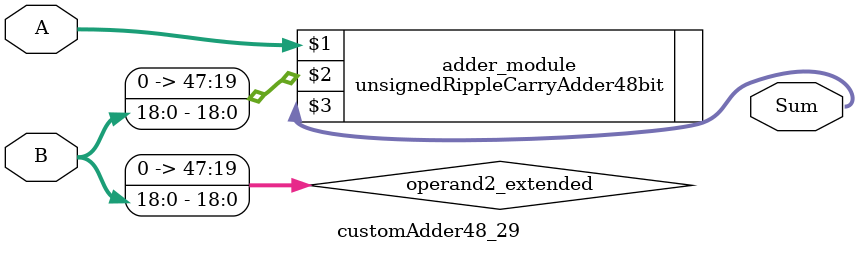
<source format=v>
module customAdder48_29(
                        input [47 : 0] A,
                        input [18 : 0] B,
                        
                        output [48 : 0] Sum
                );

        wire [47 : 0] operand2_extended;
        
        assign operand2_extended =  {29'b0, B};
        
        unsignedRippleCarryAdder48bit adder_module(
            A,
            operand2_extended,
            Sum
        );
        
        endmodule
        
</source>
